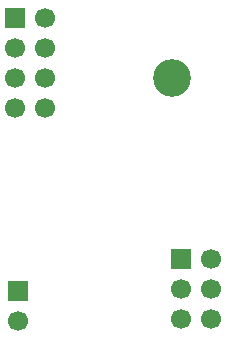
<source format=gbs>
%TF.GenerationSoftware,KiCad,Pcbnew,9.0.2*%
%TF.CreationDate,2025-11-28T20:50:14+01:00*%
%TF.ProjectId,stacja_pogodowa,73746163-6a61-45f7-906f-676f646f7761,rev?*%
%TF.SameCoordinates,Original*%
%TF.FileFunction,Soldermask,Bot*%
%TF.FilePolarity,Negative*%
%FSLAX46Y46*%
G04 Gerber Fmt 4.6, Leading zero omitted, Abs format (unit mm)*
G04 Created by KiCad (PCBNEW 9.0.2) date 2025-11-28 20:50:14*
%MOMM*%
%LPD*%
G01*
G04 APERTURE LIST*
%ADD10R,1.700000X1.700000*%
%ADD11C,1.700000*%
%ADD12C,3.200000*%
G04 APERTURE END LIST*
D10*
%TO.C,J1*%
X72200000Y-45500000D03*
D11*
X72200000Y-48040000D03*
%TD*%
D12*
%TO.C,H1*%
X85200000Y-27500000D03*
%TD*%
D10*
%TO.C,U1*%
X71960000Y-22380000D03*
D11*
X74500000Y-22380000D03*
X71960000Y-24920000D03*
X74500000Y-24920000D03*
X71960000Y-27460000D03*
X74500000Y-27460000D03*
X71960000Y-30000000D03*
X74500000Y-30000000D03*
%TD*%
D10*
%TO.C,J2*%
X85960000Y-42760000D03*
D11*
X88500000Y-42760000D03*
X85960000Y-45300000D03*
X88500000Y-45300000D03*
X85960000Y-47840000D03*
X88500000Y-47840000D03*
%TD*%
M02*

</source>
